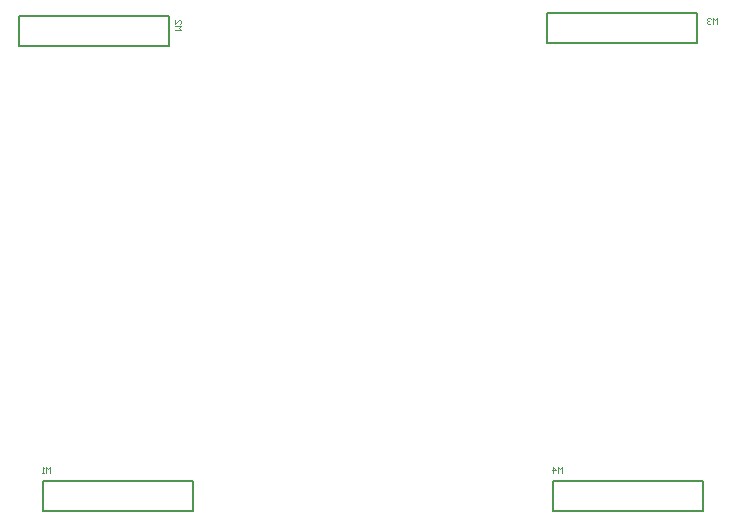
<source format=gbo>
G04*
G04 #@! TF.GenerationSoftware,Altium Limited,Altium Designer,24.3.1 (35)*
G04*
G04 Layer_Color=32896*
%FSLAX44Y44*%
%MOMM*%
G71*
G04*
G04 #@! TF.SameCoordinates,84ABCF69-F142-4878-B56C-5630D2AD3AC0*
G04*
G04*
G04 #@! TF.FilePolarity,Positive*
G04*
G01*
G75*
%ADD10C,0.2000*%
%ADD11C,0.0762*%
D10*
X-35560Y-55880D02*
Y-30480D01*
X-162560D02*
X-35560D01*
X-162560Y-55880D02*
X-35560D01*
X-162560D02*
Y-30480D01*
X-609600Y-58420D02*
Y-33020D01*
X-482600Y-58420D02*
Y-33020D01*
X-609600Y-58420D02*
X-482600D01*
X-609600Y-33020D02*
X-482600D01*
X-589280Y-426720D02*
X-462280D01*
X-589280Y-452120D02*
X-462280D01*
X-589280D02*
Y-426720D01*
X-462280Y-452120D02*
Y-426720D01*
X-157480Y-452120D02*
Y-426720D01*
Y-452120D02*
X-30480D01*
X-157480Y-426720D02*
X-30480D01*
Y-452120D02*
Y-426720D01*
D11*
X-149352Y-419862D02*
Y-414784D01*
X-151045Y-416476D01*
X-152738Y-414784D01*
Y-419862D01*
X-156969D02*
Y-414784D01*
X-154430Y-417323D01*
X-157816D01*
X-18628Y-39369D02*
Y-34291D01*
X-20321Y-35984D01*
X-22014Y-34291D01*
Y-39369D01*
X-23706Y-35137D02*
X-24553Y-34291D01*
X-26246D01*
X-27092Y-35137D01*
Y-35984D01*
X-26246Y-36830D01*
X-25399D01*
X-26246D01*
X-27092Y-37676D01*
Y-38523D01*
X-26246Y-39369D01*
X-24553D01*
X-23706Y-38523D01*
X-477519Y-44872D02*
X-472441D01*
X-474134Y-43179D01*
X-472441Y-41486D01*
X-477519D01*
Y-36408D02*
Y-39794D01*
X-474134Y-36408D01*
X-473287D01*
X-472441Y-37254D01*
Y-38947D01*
X-473287Y-39794D01*
X-582676Y-419862D02*
Y-414784D01*
X-584369Y-416476D01*
X-586062Y-414784D01*
Y-419862D01*
X-587754D02*
X-589447D01*
X-588601D01*
Y-414784D01*
X-587754Y-415630D01*
M02*

</source>
